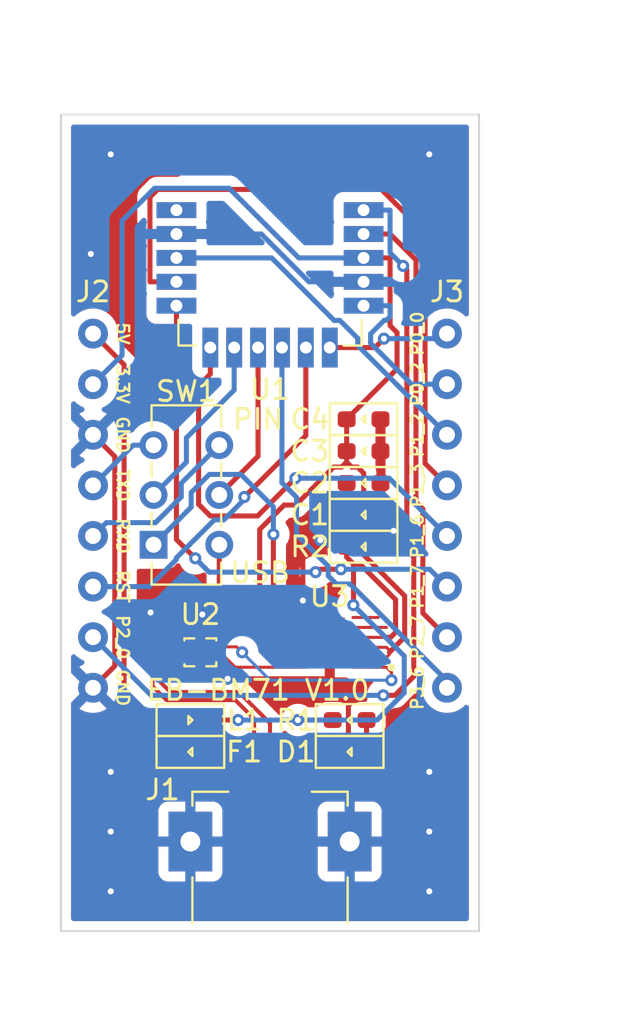
<source format=kicad_pcb>
(kicad_pcb (version 20211014) (generator pcbnew)
  (title_block (title "EB-BM71") (date "2022-09-23") (rev "V1.0") (company "https://github.com/KimiakiK"))
  (layers (0 "F.Cu" signal) (31 "B.Cu" signal) (34 "B.Paste" user) (35 "F.Paste" user) (36 "B.SilkS" user "B.Silkscreen") (37 "F.SilkS" user "F.Silkscreen") (38 "B.Mask" user) (39 "F.Mask" user) (44 "Edge.Cuts" user))
  (net 0 "")
  (net 1 "+5V")
  (net 2 "GND")
  (net 3 "+3.3V")
  (net 4 "Net-(D1-Pad2)")
  (net 5 "Net-(F1-Pad1)")
  (net 6 "Net-(F1-Pad2)")
  (net 7 "/D-")
  (net 8 "/D+")
  (net 10 "PIN_TXD")
  (net 11 "PIN_RXD")
  (net 12 "RST_N")
  (net 13 "P2_0")
  (net 14 "P0_0")
  (net 15 "P0_2")
  (net 16 "P1_2")
  (net 17 "P1_3")
  (net 18 "P1_6")
  (net 19 "P1_7")
  (net 20 "P2_7")
  (net 21 "P3_6")
  (net 22 "USB_TXD")
  (net 23 "BT_RXD")
  (net 24 "USB_RXD")
  (net 25 "BT_TXD")
  (net 27 "/DM")
  (net 28 "/DP")
  (footprint "EB-BM71:PinHeader_1x08_P2.54mm_Vertical" (layer "F.Cu") (at 8.89 0)
    (fp_text reference "J3" (at 0 -2.1) (layer "F.SilkS"))
    (fp_text value "Conn_01x08")
    (pad "1" thru_hole circle (at 0 0) (size 1.5 1.5) (drill 0.8) (layers *.Cu *.Mask) (net 14 "P0_0"))
    (pad "2" thru_hole circle (at 0 2.54) (size 1.5 1.5) (drill 0.8) (layers *.Cu *.Mask) (net 15 "P0_2"))
    (pad "3" thru_hole circle (at 0 5.08) (size 1.5 1.5) (drill 0.8) (layers *.Cu *.Mask) (net 16 "P1_2"))
    (pad "4" thru_hole circle (at 0 7.62) (size 1.5 1.5) (drill 0.8) (layers *.Cu *.Mask) (net 17 "P1_3"))
    (pad "5" thru_hole circle (at 0 10.16) (size 1.5 1.5) (drill 0.8) (layers *.Cu *.Mask) (net 18 "P1_6"))
    (pad "6" thru_hole circle (at 0 12.7) (size 1.5 1.5) (drill 0.8) (layers *.Cu *.Mask) (net 19 "P1_7"))
    (pad "7" thru_hole circle (at 0 15.24) (size 1.5 1.5) (drill 0.8) (layers *.Cu *.Mask) (net 20 "P2_7"))
    (pad "8" thru_hole circle (at 0 17.78) (size 1.5 1.5) (drill 0.8) (layers *.Cu *.Mask) (net 21 "P3_6"))
  )
  (footprint "EB-BM71:1608Metric" (layer "F.Cu") (at 4 21)
    (fp_text reference "D1" (at -2.7 0) (layer "F.SilkS"))
    (fp_text value "LED")
    (fp_line (start 0.1 0.2) (end -0.1 0) (layer "F.SilkS") (width 0.12))
    (fp_line (start -0.1 0) (end 0.1 -0.2) (layer "F.SilkS") (width 0.12))
    (fp_line (start 0.1 -0.2) (end 0.1 0.2) (layer "F.SilkS") (width 0.12))
    (fp_line (start -1.7 0.8) (end 1.7 0.8) (layer "F.SilkS") (width 0.12))
    (fp_line (start -1.7 -0.8) (end 1.7 -0.8) (layer "F.SilkS") (width 0.12))
    (fp_line (start -1.7 -0.8) (end -1.7 0.8) (layer "F.SilkS") (width 0.12))
    (fp_line (start 1.7 -0.8) (end 1.7 0.8) (layer "F.SilkS") (width 0.12))
    (pad "1" smd roundrect (at -0.85 0) (size 0.9 0.8) (layers "F.Cu" "F.Paste" "F.Mask") (net 2 "GND"))
    (pad "2" smd roundrect (at 0.85 0) (size 0.9 0.8) (layers "F.Cu" "F.Paste" "F.Mask") (net 4 "Net-(D1-Pad2)"))
  )
  (footprint "EB-BM71:UX60SC-MB-5ST" (layer "F.Cu") (at 0 30)
    (fp_text reference "J1" (at -5.4 -7.1) (layer "F.SilkS"))
    (fp_text value "USB_B_Micro")
    (fp_line (start 3.9 -6.3) (end 3.9 -7) (layer "F.SilkS") (width 0.12))
    (fp_line (start -3.9 -2.7) (end -3.9 -0.4) (layer "F.SilkS") (width 0.12))
    (fp_line (start 3.9 -7) (end 2.1 -7) (layer "F.SilkS") (width 0.12))
    (fp_line (start -3.9 -6.3) (end -3.9 -7) (layer "F.SilkS") (width 0.12))
    (fp_line (start -3.9 -7) (end -2.1 -7) (layer "F.SilkS") (width 0.12))
    (fp_line (start 3.9 -2.7) (end 3.9 -0.4) (layer "F.SilkS") (width 0.12))
    (pad "1" smd rect (at -1.6 -7) (size 0.4 1.4) (layers "F.Cu" "F.Paste" "F.Mask") (net 6 "Net-(F1-Pad2)"))
    (pad "2" smd rect (at -0.8 -7) (size 0.4 1.4) (layers "F.Cu" "F.Paste" "F.Mask") (net 7 "/D-"))
    (pad "3" smd rect (at 0 -7) (size 0.4 1.4) (layers "F.Cu" "F.Paste" "F.Mask") (net 8 "/D+"))
    (pad "4" smd rect (at 0.8 -7) (size 0.4 1.4) (layers "F.Cu" "F.Paste" "F.Mask"))
    (pad "5" smd rect (at 1.6 -7) (size 0.4 1.4) (layers "F.Cu" "F.Paste" "F.Mask") (net 2 "GND"))
    (pad "6" thru_hole rect (at 4 -4.5 180) (size 2.2 3) (drill 1) (layers *.Cu *.Mask) (net 2 "GND"))
    (pad "6" thru_hole rect (at -4 -4.5 180) (size 2.2 3) (drill 1) (layers *.Cu *.Mask) (net 2 "GND"))
  )
  (footprint "EB-BM71:1608Metric" (layer "F.Cu") (at 4.7 7.5)
    (fp_text reference "C2" (at -2.7 0) (layer "F.SilkS"))
    (fp_text value "0.1uF")
    (fp_line (start -1.7 -0.8) (end 1.7 -0.8) (layer "F.SilkS") (width 0.12))
    (fp_line (start -0.1 0) (end 0.1 -0.2) (layer "F.SilkS") (width 0.12))
    (fp_line (start -1.7 -0.8) (end -1.7 0.8) (layer "F.SilkS") (width 0.12))
    (fp_line (start 0.1 0.2) (end -0.1 0) (layer "F.SilkS") (width 0.12))
    (fp_line (start 0.1 -0.2) (end 0.1 0.2) (layer "F.SilkS") (width 0.12))
    (fp_line (start 1.7 -0.8) (end 1.7 0.8) (layer "F.SilkS") (width 0.12))
    (fp_line (start -1.7 0.8) (end 1.7 0.8) (layer "F.SilkS") (width 0.12))
    (pad "1" smd roundrect (at -0.85 0) (size 0.9 0.8) (layers "F.Cu" "F.Paste" "F.Mask") (net 1 "+5V"))
    (pad "2" smd roundrect (at 0.85 0) (size 0.9 0.8) (layers "F.Cu" "F.Paste" "F.Mask") (net 2 "GND"))
  )
  (footprint "EB-BM71:1608Metric" (layer "F.Cu") (at 4.7 10.7)
    (fp_text reference "R2" (at -2.7 0) (layer "F.SilkS"))
    (fp_text value "10k")
    (fp_line (start 0.1 -0.2) (end 0.1 0.2) (layer "F.SilkS") (width 0.12))
    (fp_line (start 1.7 -0.8) (end 1.7 0.8) (layer "F.SilkS") (width 0.12))
    (fp_line (start -1.7 0.8) (end 1.7 0.8) (layer "F.SilkS") (width 0.12))
    (fp_line (start 0.1 0.2) (end -0.1 0) (layer "F.SilkS") (width 0.12))
    (fp_line (start -1.7 -0.8) (end 1.7 -0.8) (layer "F.SilkS") (width 0.12))
    (fp_line (start -0.1 0) (end 0.1 -0.2) (layer "F.SilkS") (width 0.12))
    (fp_line (start -1.7 -0.8) (end -1.7 0.8) (layer "F.SilkS") (width 0.12))
    (pad "1" smd roundrect (at -0.85 0) (size 0.9 0.8) (layers "F.Cu" "F.Paste" "F.Mask") (net 1 "+5V"))
    (pad "2" smd roundrect (at 0.85 0) (size 0.9 0.8) (layers "F.Cu" "F.Paste" "F.Mask") (net 13 "P2_0"))
  )
  (footprint "EB-BM71:1608Metric" (layer "F.Cu") (at 4.7 9.1)
    (fp_text reference "C1" (at -2.7 0) (layer "F.SilkS"))
    (fp_text value "10uF")
    (fp_line (start -0.1 0) (end 0.1 -0.2) (layer "F.SilkS") (width 0.12))
    (fp_line (start 1.7 -0.8) (end 1.7 0.8) (layer "F.SilkS") (width 0.12))
    (fp_line (start 0.1 -0.2) (end 0.1 0.2) (layer "F.SilkS") (width 0.12))
    (fp_line (start 0.1 0.2) (end -0.1 0) (layer "F.SilkS") (width 0.12))
    (fp_line (start -1.7 0.8) (end 1.7 0.8) (layer "F.SilkS") (width 0.12))
    (fp_line (start -1.7 -0.8) (end -1.7 0.8) (layer "F.SilkS") (width 0.12))
    (fp_line (start -1.7 -0.8) (end 1.7 -0.8) (layer "F.SilkS") (width 0.12))
    (pad "1" smd roundrect (at -0.85 0) (size 0.9 0.8) (layers "F.Cu" "F.Paste" "F.Mask") (net 1 "+5V"))
    (pad "2" smd roundrect (at 0.85 0) (size 0.9 0.8) (layers "F.Cu" "F.Paste" "F.Mask") (net 2 "GND"))
  )
  (footprint "EB-BM71:1608Metric" (layer "F.Cu") (at -4 21)
    (fp_text reference "F1" (at 2.7 0) (layer "F.SilkS"))
    (fp_text value "Polyfuse")
    (fp_line (start 1.7 -0.8) (end 1.7 0.8) (layer "F.SilkS") (width 0.12))
    (fp_line (start -1.7 -0.8) (end -1.7 0.8) (layer "F.SilkS") (width 0.12))
    (fp_line (start 0.1 0.2) (end -0.1 0) (layer "F.SilkS") (width 0.12))
    (fp_line (start -1.7 -0.8) (end 1.7 -0.8) (layer "F.SilkS") (width 0.12))
    (fp_line (start 0.1 -0.2) (end 0.1 0.2) (layer "F.SilkS") (width 0.12))
    (fp_line (start -1.7 0.8) (end 1.7 0.8) (layer "F.SilkS") (width 0.12))
    (fp_line (start -0.1 0) (end 0.1 -0.2) (layer "F.SilkS") (width 0.12))
    (pad "1" smd roundrect (at -0.85 0) (size 0.9 0.8) (layers "F.Cu" "F.Paste" "F.Mask") (net 5 "Net-(F1-Pad1)"))
    (pad "2" smd roundrect (at 0.85 0) (size 0.9 0.8) (layers "F.Cu" "F.Paste" "F.Mask") (net 6 "Net-(F1-Pad2)"))
  )
  (footprint "EB-BM71:1608Metric" (layer "F.Cu") (at 4.7 5.9)
    (fp_text reference "C3" (at -2.7 0) (layer "F.SilkS"))
    (fp_text value "10uF")
    (fp_line (start -1.7 0.8) (end 1.7 0.8) (layer "F.SilkS") (width 0.12))
    (fp_line (start -0.1 0) (end 0.1 -0.2) (layer "F.SilkS") (width 0.12))
    (fp_line (start 0.1 0.2) (end -0.1 0) (layer "F.SilkS") (width 0.12))
    (fp_line (start -1.7 -0.8) (end -1.7 0.8) (layer "F.SilkS") (width 0.12))
    (fp_line (start -1.7 -0.8) (end 1.7 -0.8) (layer "F.SilkS") (width 0.12))
    (fp_line (start 0.1 -0.2) (end 0.1 0.2) (layer "F.SilkS") (width 0.12))
    (fp_line (start 1.7 -0.8) (end 1.7 0.8) (layer "F.SilkS") (width 0.12))
    (pad "1" smd roundrect (at -0.85 0) (size 0.9 0.8) (layers "F.Cu" "F.Paste" "F.Mask") (net 3 "+3.3V"))
    (pad "2" smd roundrect (at 0.85 0) (size 0.9 0.8) (layers "F.Cu" "F.Paste" "F.Mask") (net 2 "GND"))
  )
  (footprint "EB-BM71:DFN-12-1EP_3x3mm_P0.45mm_EP1.66x2.38mm" (layer "F.Cu") (at 3 15.5 180)
    (fp_text reference "U3" (at 0 2.3) (layer "F.SilkS"))
    (fp_text value "FT234XD")
    (fp_circle (center -3.1 -1.25) (end -3 -1.25) (layer "F.SilkS") (width 0.2) (fill none))
    (pad "1" smd rect (at -1.8 -1.25 180) (size 1.4 0.15) (layers "F.Cu" "F.Paste" "F.Mask") (net 27 "/DM"))
    (pad "2" smd rect (at -1.8 -0.75 180) (size 1.4 0.15) (layers "F.Cu" "F.Paste" "F.Mask") (net 3 "+3.3V"))
    (pad "3" smd rect (at -1.8 -0.25 180) (size 1.4 0.15) (layers "F.Cu" "F.Paste" "F.Mask") (net 3 "+3.3V"))
    (pad "4" smd rect (at -1.8 0.25 180) (size 1.4 0.15) (layers "F.Cu" "F.Paste" "F.Mask") (net 1 "+5V"))
    (pad "5" smd rect (at -1.8 0.75 180) (size 1.4 0.15) (layers "F.Cu" "F.Paste" "F.Mask") (net 2 "GND"))
    (pad "6" smd rect (at -1.8 1.25 180) (size 1.4 0.15) (layers "F.Cu" "F.Paste" "F.Mask"))
    (pad "7" smd rect (at 1.8 1.25 180) (size 1.4 0.15) (layers "F.Cu" "F.Paste" "F.Mask") (net 22 "USB_TXD"))
    (pad "8" smd rect (at 1.8 0.75 180) (size 1.4 0.15) (layers "F.Cu" "F.Paste" "F.Mask"))
    (pad "9" smd rect (at 1.8 0.25 180) (size 1.4 0.15) (layers "F.Cu" "F.Paste" "F.Mask") (net 3 "+3.3V"))
    (pad "10" smd rect (at 1.8 -0.25 180) (size 1.4 0.15) (layers "F.Cu" "F.Paste" "F.Mask") (net 24 "USB_RXD"))
    (pad "11" smd rect (at 1.8 -0.75 180) (size 1.4 0.15) (layers "F.Cu" "F.Paste" "F.Mask"))
    (pad "12" smd rect (at 1.8 -1.25 180) (size 1.4 0.15) (layers "F.Cu" "F.Paste" "F.Mask") (net 28 "/DP"))
    (pad "13" smd rect (at -0.925 0.75 180) (size 0.35 0.15) (layers "F.Cu" "F.Paste" "F.Mask") (net 2 "GND"))
    (pad "13" smd rect (at 0 0 180) (size 1.5 2.5) (layers "F.Cu" "F.Paste" "F.Mask") (net 2 "GND"))
  )
  (footprint "EB-BM71:1608Metric" (layer "F.Cu") (at 4.7 4.3)
    (fp_text reference "C4" (at -2.7 0) (layer "F.SilkS"))
    (fp_text value "0.1uF")
    (fp_line (start -0.1 0) (end 0.1 -0.2) (layer "F.SilkS") (width 0.12))
    (fp_line (start 1.7 -0.8) (end 1.7 0.8) (layer "F.SilkS") (width 0.12))
    (fp_line (start 0.1 -0.2) (end 0.1 0.2) (layer "F.SilkS") (width 0.12))
    (fp_line (start -1.7 -0.8) (end 1.7 -0.8) (layer "F.SilkS") (width 0.12))
    (fp_line (start 0.1 0.2) (end -0.1 0) (layer "F.SilkS") (width 0.12))
    (fp_line (start -1.7 -0.8) (end -1.7 0.8) (layer "F.SilkS") (width 0.12))
    (fp_line (start -1.7 0.8) (end 1.7 0.8) (layer "F.SilkS") (width 0.12))
    (pad "1" smd roundrect (at -0.85 0) (size 0.9 0.8) (layers "F.Cu" "F.Paste" "F.Mask") (net 3 "+3.3V"))
    (pad "2" smd roundrect (at 0.85 0) (size 0.9 0.8) (layers "F.Cu" "F.Paste" "F.Mask") (net 2 "GND"))
  )
  (footprint "EB-BM71:BM71" (layer "F.Cu") (at 0 -11)
    (fp_text reference "U1" (at 0 13.8 unlocked) (layer "F.SilkS"))
    (fp_text value "BM71")
    (fp_line (start -4.6 10.3) (end -4.6 11.6) (layer "F.SilkS") (width 0.12))
    (fp_line (start 4.6 11.6) (end 3.7 11.6) (layer "F.SilkS") (width 0.12))
    (fp_line (start 4.6 10.3) (end 4.6 11.6) (layer "F.SilkS") (width 0.12))
    (fp_line (start -4.6 11.6) (end -3.7 11.6) (layer "F.SilkS") (width 0.12))
    (pad "1" thru_hole rect (at -4.7 4.8) (size 2 0.8) (drill 0.6) (layers *.Cu *.Mask))
    (pad "2" thru_hole rect (at -4.7 6) (size 2 0.8) (drill 0.6) (layers *.Cu *.Mask) (net 2 "GND"))
    (pad "3" thru_hole rect (at -4.7 7.2) (size 2 0.8) (drill 0.6) (layers *.Cu *.Mask) (net 16 "P1_2"))
    (pad "4" thru_hole rect (at -4.7 8.4) (size 2 0.8) (drill 0.6) (layers *.Cu *.Mask) (net 17 "P1_3"))
    (pad "5" thru_hole rect (at -4.7 9.6) (size 2 0.8) (drill 0.6) (layers *.Cu *.Mask) (net 19 "P1_7"))
    (pad "6" thru_hole rect (at -3 11.7) (size 0.8 2) (drill 0.6) (layers *.Cu *.Mask) (net 18 "P1_6"))
    (pad "7" thru_hole rect (at -1.8 11.7) (size 0.8 2) (drill 0.6) (layers *.Cu *.Mask) (net 23 "BT_RXD"))
    (pad "8" thru_hole rect (at -0.6 11.7) (size 0.8 2) (drill 0.6) (layers *.Cu *.Mask) (net 25 "BT_TXD"))
    (pad "9" thru_hole rect (at 0.6 11.7) (size 0.8 2) (drill 0.6) (layers *.Cu *.Mask) (net 21 "P3_6"))
    (pad "10" thru_hole rect (at 1.8 11.7) (size 0.8 2) (drill 0.6) (layers *.Cu *.Mask) (net 12 "RST_N"))
    (pad "11" thru_hole rect (at 3 11.7) (size 0.8 2) (drill 0.6) (layers *.Cu *.Mask) (net 14 "P0_0"))
    (pad "12" thru_hole rect (at 4.7 9.6) (size 2 0.8) (drill 0.6) (layers *.Cu *.Mask) (net 15 "P0_2"))
    (pad "13" thru_hole rect (at 4.7 8.4) (size 2 0.8) (drill 0.6) (layers *.Cu *.Mask) (net 2 "GND"))
    (pad "14" thru_hole rect (at 4.7 7.2) (size 2 0.8) (drill 0.6) (layers *.Cu *.Mask) (net 3 "+3.3V"))
    (pad "15" thru_hole rect (at 4.7 6) (size 2 0.8) (drill 0.6) (layers *.Cu *.Mask) (net 20 "P2_7"))
    (pad "16" thru_hole rect (at 4.7 4.8) (size 2 0.8) (drill 0.6) (layers *.Cu *.Mask) (net 13 "P2_0"))
  )
  (footprint "EB-BM71:1608Metric" (layer "F.Cu") (at 4 19.4)
    (fp_text reference "R1" (at -2.7 0) (layer "F.SilkS"))
    (fp_text value "R")
    (fp_line (start 1.7 -0.8) (end 1.7 0.8) (layer "F.SilkS") (width 0.12))
    (fp_line (start 0.1 0.2) (end -0.1 0) (layer "F.SilkS") (width 0.12))
    (fp_line (start -0.1 0) (end 0.1 -0.2) (layer "F.SilkS") (width 0.12))
    (fp_line (start -1.7 -0.8) (end 1.7 -0.8) (layer "F.SilkS") (width 0.12))
    (fp_line (start 0.1 -0.2) (end 0.1 0.2) (layer "F.SilkS") (width 0.12))
    (fp_line (start -1.7 0.8) (end 1.7 0.8) (layer "F.SilkS") (width 0.12))
    (fp_line (start -1.7 -0.8) (end -1.7 0.8) (layer "F.SilkS") (width 0.12))
    (pad "1" smd roundrect (at -0.85 0) (size 0.9 0.8) (layers "F.Cu" "F.Paste" "F.Mask") (net 1 "+5V"))
    (pad "2" smd roundrect (at 0.85 0) (size 0.9 0.8) (layers "F.Cu" "F.Paste" "F.Mask") (net 4 "Net-(D1-Pad2)"))
  )
  (footprint "EB-BM71:PinHeader_1x08_P2.54mm_Vertical" (layer "F.Cu") (at -8.89 0)
    (fp_text reference "J2" (at 0 -2.1) (layer "F.SilkS"))
    (fp_text value "Conn_01x08")
    (pad "1" thru_hole circle (at 0 0) (size 1.5 1.5) (drill 0.8) (layers *.Cu *.Mask) (net 1 "+5V"))
    (pad "2" thru_hole circle (at 0 2.54) (size 1.5 1.5) (drill 0.8) (layers *.Cu *.Mask) (net 3 "+3.3V"))
    (pad "3" thru_hole circle (at 0 5.08) (size 1.5 1.5) (drill 0.8) (layers *.Cu *.Mask) (net 2 "GND"))
    (pad "4" thru_hole circle (at 0 7.62) (size 1.5 1.5) (drill 0.8) (layers *.Cu *.Mask) (net 10 "PIN_TXD"))
    (pad "5" thru_hole circle (at 0 10.16) (size 1.5 1.5) (drill 0.8) (layers *.Cu *.Mask) (net 11 "PIN_RXD"))
    (pad "6" thru_hole circle (at 0 12.7) (size 1.5 1.5) (drill 0.8) (layers *.Cu *.Mask) (net 12 "RST_N"))
    (pad "7" thru_hole circle (at 0 15.24) (size 1.5 1.5) (drill 0.8) (layers *.Cu *.Mask) (net 13 "P2_0"))
    (pad "8" thru_hole circle (at 0 17.78) (size 1.5 1.5) (drill 0.8) (layers *.Cu *.Mask) (net 2 "GND"))
  )
  (footprint "EB-BM71:LXES11D" (layer "F.Cu") (at -3.5 16 90)
    (fp_text reference "U2" (at 1.9 0 180) (layer "F.SilkS"))
    (fp_text value "LXES11DAA2-135")
    (fp_line (start -0.7 -0.8) (end -0.6 -0.8) (layer "F.SilkS") (width 0.12))
    (fp_line (start 0.7 0.8) (end 0.6 0.8) (layer "F.SilkS") (width 0.12))
    (fp_line (start -0.7 0.8) (end -0.7 0.3) (layer "F.SilkS") (width 0.12))
    (fp_line (start -0.7 -0.3) (end -0.7 -0.8) (layer "F.SilkS") (width 0.12))
    (fp_line (start 0.7 -0.8) (end 0.7 -0.3) (layer "F.SilkS") (width 0.12))
    (fp_line (start 0.6 -0.8) (end 0.7 -0.8) (layer "F.SilkS") (width 0.12))
    (fp_line (start -0.5 0.8) (end -0.7 0.8) (layer "F.SilkS") (width 0.12))
    (fp_line (start 0.7 0.3) (end 0.7 0.8) (layer "F.SilkS") (width 0.12))
    (pad "1" smd rect (at -0.275 -0.7875 90) (size 0.2 0.675) (layers "F.Cu" "F.Paste" "F.Mask") (net 8 "/D+"))
    (pad "2" smd rect (at 0.275 -0.7875 90) (size 0.2 0.675) (layers "F.Cu" "F.Paste" "F.Mask") (net 7 "/D-"))
    (pad "3" smd rect (at 0.65 0 90) (size 0.7 0.2) (layers "F.Cu" "F.Paste" "F.Mask") (net 2 "GND"))
    (pad "4" smd rect (at 0.275 0.7875 90) (size 0.2 0.675) (layers "F.Cu" "F.Paste" "F.Mask") (net 27 "/DM"))
    (pad "5" smd rect (at -0.275 0.7875 90) (size 0.2 0.675) (layers "F.Cu" "F.Paste" "F.Mask") (net 28 "/DP"))
    (pad "6" smd rect (at -0.65 0 90) (size 0.7 0.2) (layers "F.Cu" "F.Paste" "F.Mask") (net 2 "GND"))
  )
  (footprint "EB-BM71:1608Metric" (layer "F.Cu") (at -4 19.4 180)
    (fp_text reference "L1" (at -2.7 0) (layer "F.SilkS"))
    (fp_text value "L")
    (fp_line (start 0.1 -0.2) (end 0.1 0.2) (layer "F.SilkS") (width 0.12))
    (fp_line (start -1.7 -0.8) (end 1.7 -0.8) (layer "F.SilkS") (width 0.12))
    (fp_line (start -0.1 0) (end 0.1 -0.2) (layer "F.SilkS") (width 0.12))
    (fp_line (start 0.1 0.2) (end -0.1 0) (layer "F.SilkS") (width 0.12))
    (fp_line (start 1.7 -0.8) (end 1.7 0.8) (layer "F.SilkS") (width 0.12))
    (fp_line (start -1.7 -0.8) (end -1.7 0.8) (layer "F.SilkS") (width 0.12))
    (fp_line (start -1.7 0.8) (end 1.7 0.8) (layer "F.SilkS") (width 0.12))
    (pad "1" smd roundrect (at -0.85 0 180) (size 0.9 0.8) (layers "F.Cu" "F.Paste" "F.Mask") (net 1 "+5V"))
    (pad "2" smd roundrect (at 0.85 0 180) (size 0.9 0.8) (layers "F.Cu" "F.Paste" "F.Mask") (net 5 "Net-(F1-Pad1)"))
  )
  (footprint "EB-BM71:IS-2235-G" (layer "F.Cu") (at -4.2 8.1 90)
    (fp_text reference "SW1" (at 5.2 0 unlocked) (layer "F.SilkS"))
    (fp_text value "SW_DPDT_x2")
    (fp_line (start 4.5 -1.75) (end 3.4 -1.75) (layer "F.SilkS") (width 0.12))
    (fp_line (start -4.5 1.75) (end -3.4 1.75) (layer "F.SilkS") (width 0.12))
    (fp_line (start 1.6 1.75) (end 0.9 1.75) (layer "F.SilkS") (width 0.12))
    (fp_line (start 4.5 -1.75) (end 4.5 1.75) (layer "F.SilkS") (width 0.12))
    (fp_line (start 0.9 -1.75) (end 1.6 -1.75) (layer "F.SilkS") (width 0.12))
    (fp_line (start -0.9 1.75) (end -1.6 1.75) (layer "F.SilkS") (width 0.12))
    (fp_line (start -1.6 -1.75) (end -0.9 -1.75) (layer "F.SilkS") (width 0.12))
    (fp_line (start -4.5 -1.75) (end -4.5 1.75) (layer "F.SilkS") (width 0.12))
    (fp_line (start 4.5 1.75) (end 3.4 1.75) (layer "F.SilkS") (width 0.12))
    (fp_line (start -4.5 -1.75) (end -3.4 -1.75) (layer "F.SilkS") (width 0.12))
    (pad "1" thru_hole rect (at -2.5 -1.65 90) (size 1.4 1.4) (drill 0.8) (layers *.Cu *.Mask) (net 22 "USB_TXD"))
    (pad "2" thru_hole circle (at 0 -1.65 90) (size 1.4 1.4) (drill 0.8) (layers *.Cu *.Mask) (net 23 "BT_RXD"))
    (pad "3" thru_hole circle (at 2.5 -1.65 90) (size 1.4 1.4) (drill 0.8) (layers *.Cu *.Mask) (net 10 "PIN_TXD"))
    (pad "4" thru_hole circle (at -2.5 1.65 90) (size 1.4 1.4) (drill 0.8) (layers *.Cu *.Mask) (net 24 "USB_RXD"))
    (pad "5" thru_hole circle (at 0 1.65 90) (size 1.4 1.4) (drill 0.8) (layers *.Cu *.Mask) (net 25 "BT_TXD"))
    (pad "6" thru_hole circle (at 2.5 1.65 90) (size 1.4 1.4) (drill 0.8) (layers *.Cu *.Mask) (net 11 "PIN_RXD"))
  )
  (gr_line (start 10.5 30) (end -10.5 30) (layer "Edge.Cuts") (width 0.1))
  (gr_line (start -10.5 -11) (end 10.5 -11) (layer "Edge.Cuts") (width 0.1))
  (gr_line (start -10.5 30) (end -10.5 -11) (layer "Edge.Cuts") (width 0.1))
  (gr_line (start 10.5 -11) (end 10.5 30) (layer "Edge.Cuts") (width 0.1))
  (gr_text "5V" (at -7.4 0 270) (layer "F.SilkS") (effects (font (size 0.6 0.6) (thickness 0.12))))
  (gr_text "P0_0" (at 7.4 0 90) (layer "F.SilkS") (effects (font (size 0.6 0.6) (thickness 0.12))))
  (gr_text "P0_2" (at 7.4 2.54 90) (layer "F.SilkS") (effects (font (size 0.6 0.6) (thickness 0.12))))
  (gr_text "RXD" (at -7.4 10.16 270) (layer "F.SilkS") (effects (font (size 0.6 0.6) (thickness 0.12))))
  (gr_text "3.3V" (at -7.4 2.54 270) (layer "F.SilkS") (effects (font (size 0.6 0.6) (thickness 0.12))))
  (gr_text "GND" (at -7.4 17.78 270) (layer "F.SilkS") (effects (font (size 0.6 0.6) (thickness 0.12))))
  (gr_text "P1_2" (at 7.4 5.1 90) (layer "F.SilkS") (effects (font (size 0.6 0.6) (thickness 0.12))))
  (gr_text "PIN" (at -0.6 4.3) (layer "F.SilkS") (effects (font (size 1 1))))
  (gr_text "USB" (at -0.5 12) (layer "F.SilkS") (effects (font (size 1 1))))
  (gr_text "P2_7" (at 7.4 15.24 90) (layer "F.SilkS") (effects (font (size 0.6 0.6) (thickness 0.12))))
  (gr_text "P1_6" (at 7.4 10.16 90) (layer "F.SilkS") (effects (font (size 0.6 0.6) (thickness 0.12))))
  (gr_text "P1_3" (at 7.4 7.62 90) (layer "F.SilkS") (effects (font (size 0.6 0.6) (thickness 0.12))))
  (gr_text "GND" (at -7.4 5.08 270) (layer "F.SilkS") (effects (font (size 0.6 0.6) (thickness 0.12))))
  (gr_text "P3_6" (at 7.4 17.78 90) (layer "F.SilkS") (effects (font (size 0.6 0.6) (thickness 0.12))))
  (gr_text "TXD" (at -7.4 7.62 270) (layer "F.SilkS") (effects (font (size 0.6 0.6) (thickness 0.12))))
  (gr_text "P1_7" (at 7.4 12.7 90) (layer "F.SilkS") (effects (font (size 0.6 0.6) (thickness 0.12))))
  (gr_text "EB-BM71 V1.0" (at -0.6 17.9) (layer "F.SilkS") (effects (font (size 1 1))))
  (gr_text "P2_0" (at -7.4 15.24 270) (layer "F.SilkS") (effects (font (size 0.6 0.6) (thickness 0.12))))
  (gr_text "RST" (at -7.4 12.7 270) (layer "F.SilkS") (effects (font (size 0.6 0.6) (thickness 0.12))))
  (segment (start 4.1955 11.566574) (end 4.518096 11.566574) (width 0.254) (layer "F.Cu") (net 1))
  (segment (start 6.307 13.355478) (end 6.307 15) (width 0.254) (layer "F.Cu") (net 1))
  (segment (start 4.8 15.25) (end 5.85 15.25) (width 0.1524) (layer "F.Cu") (net 1))
  (segment (start 4.1955 11.566574) (end 4.1955 13.621) (width 0.254) (layer "F.Cu") (net 1))
  (segment (start 4.518096 11.566574) (end 6.307 13.355478) (width 0.254) (layer "F.Cu") (net 1))
  (segment (start -4.0079 20.2579) (end -3.15 19.4) (width 0.254) (layer "F.Cu") (net 1))
  (segment (start 3.85 11.221074) (end 4.1955 11.566574) (width 0.254) (layer "F.Cu") (net 1))
  (segment (start -7.33 1.56) (end -7.33 19.7441) (width 0.254) (layer "F.Cu") (net 1))
  (segment (start 3.85 9.1) (end 3.85 7.5) (width 0.254) (layer "F.Cu") (net 1))
  (segment (start -3.15 19.4) (end -1.6 19.4) (width 0.254) (layer "F.Cu") (net 1))
  (segment (start 3.85 10.7) (end 3.85 11.221074) (width 0.254) (layer "F.Cu") (net 1))
  (segment (start -4.0079 21.3978) (end -4.0079 20.2579) (width 0.254) (layer "F.Cu") (net 1))
  (segment (start -4.357 21.7469) (end -4.0079 21.3978) (width 0.254) (layer "F.Cu") (net 1))
  (segment (start -7.33 19.7441) (end -5.3272 21.7469) (width 0.254) (layer "F.Cu") (net 1))
  (segment (start 1.4 19.4) (end 3.15 19.4) (width 0.254) (layer "F.Cu") (net 1))
  (segment (start -5.3272 21.7469) (end -4.357 21.7469) (width 0.254) (layer "F.Cu") (net 1))
  (segment (start 3.85 10.7) (end 3.85 9.1) (width 0.254) (layer "F.Cu") (net 1))
  (segment (start 6.057 15.25) (end 5.85 15.25) (width 0.254) (layer "F.Cu") (net 1))
  (segment (start 4.1955 13.621) (end 4.1859 13.6306) (width 0.254) (layer "F.Cu") (net 1))
  (segment (start 6.307 15) (end 6.057 15.25) (width 0.254) (layer "F.Cu") (net 1))
  (segment (start -8.89 0) (end -7.33 1.56) (width 0.254) (layer "F.Cu") (net 1))
  (via (at 4.1859 13.6306) (size 0.6096) (drill 0.3048) (layers "F.Cu" "B.Cu") (net 1))
  (via (at -1.6 19.4) (size 0.6096) (drill 0.3048) (layers "F.Cu" "B.Cu") (net 1))
  (via (at 1.4 19.4) (size 0.6096) (drill 0.3048) (layers "F.Cu" "B.Cu") (net 1))
  (segment (start 6.7411 18.0353) (end 5.3764 19.4) (width 0.254) (layer "B.Cu") (net 1))
  (segment (start 4.1859 13.6306) (end 6.7411 16.1858) (width 0.254) (layer "B.Cu") (net 1))
  (segment (start 5.3764 19.4) (end 1.4 19.4) (width 0.254) (layer "B.Cu") (net 1))
  (segment (start 6.7411 16.1858) (end 6.7411 18.0353) (width 0.254) (layer "B.Cu") (net 1))
  (segment (start -1.6 19.4) (end 1.4 19.4) (width 0.254) (layer "B.Cu") (net 1))
  (segment (start -7.7955 16.6855) (end -8.89 17.78) (width 0.254) (layer "F.Cu") (net 2))
  (segment (start 1.6 23) (end 1.6 21.4) (width 0.254) (layer "F.Cu") (net 2))
  (segment (start -3.5 16.65) (end -3.5 17.3305) (width 0.1524) (layer "F.Cu") (net 2))
  (segment (start -3.5 14.2) (end -3.4 14.1) (width 0.1524) (layer "F.Cu") (net 2))
  (segment (start 2 21) (end 3.15 21) (width 0.254) (layer "F.Cu") (net 2))
  (segment (start -7.7955 6.1745) (end -7.7955 16.6855) (width 0.254) (layer "F.Cu") (net 2))
  (segment (start 1.6 23) (end 1.6 23.5152) (width 0.254) (layer "F.Cu") (net 2))
  (segment (start 3.9377 18.5222) (end 2.746 17.3305) (width 0.254) (layer "F.Cu") (net 2))
  (segment (start 4.8 14.75) (end 5.85 14.75) (width 0.1524) (layer "F.Cu") (net 2))
  (segment (start 3.15 21) (end 3.9377 20.2123) (width 0.254) (layer "F.Cu") (net 2))
  (segment (start 3.9377 20.2123) (end 3.9377 18.5222) (width 0.254) (layer "F.Cu") (net 2))
  (segment (start 1.6509 11.2448) (end 1.6509 13.4009) (width 0.254) (layer "F.Cu") (net 2))
  (segment (start 5.55 7.5) (end 5.55 9.1) (width 0.254) (layer "F.Cu") (net 2))
  (segment (start -8.89 5.08) (end -7.7955 6.1745) (width 0.254) (layer "F.Cu") (net 2))
  (segment (start 5.55 9.1) (end 5.55 9.2431) (width 0.254) (layer "F.Cu") (net 2))
  (segment (start -3.5 15.35) (end -3.5 14.2) (width 0.1524) (layer "F.Cu") (net 2))
  (segment (start 2.5275 10.3682) (end 1.6509 11.2448) (width 0.254) (layer "F.Cu") (net 2))
  (segment (start 5.55 9.2431) (end 6.2073 9.9004) (width 0.254) (layer "F.Cu") (net 2))
  (segment (start 2.746 17.3305) (end -2.1305 17.3305) (width 0.254) (layer "F.Cu") (net 2))
  (segment (start 1.6 21.4) (end 2 21) (width 0.254) (layer "F.Cu") (net 2))
  (segment (start 5.55 5.9) (end 5.55 4.3) (width 0.254) (layer "F.Cu") (net 2))
  (segment (start 5.55 5.9) (end 5.55 7.5) (width 0.254) (layer "F.Cu") (net 2))
  (segment (start -2.1305 17.3305) (end -3.5 17.3305) (width 0.254) (layer "F.Cu") (net 2))
  (via (at -8 22) (size 0.6096) (drill 0.3048) (layers "F.Cu" "B.Cu") (net 2))
  (via (at -2.1305 17.3305) (size 0.6096) (drill 0.3048) (layers "F.Cu" "B.Cu") (net 2))
  (via (at -8 25) (size 0.6096) (drill 0.3048) (layers "F.Cu" "B.Cu") (net 2))
  (via (at 8 -9) (size 0.6096) (drill 0.3048) (layers "F.Cu" "B.Cu") (net 2))
  (via (at -3.4 14.1) (size 0.6096) (drill 0.3048) (layers "F.Cu" "B.Cu") (net 2))
  (via (at 8 22) (size 0.6096) (drill 0.3048) (layers "F.Cu" "B.Cu") (net 2))
  (via (at -8 -9) (size 0.6096) (drill 0.3048) (layers "F.Cu" "B.Cu") (net 2))
  (via (at -9 -4) (size 0.6096) (drill 0.3048) (layers "F.Cu" "B.Cu") (net 2))
  (via (at 8 28) (size 0.6096) (drill 0.3048) (layers "F.Cu" "B.Cu") (net 2))
  (via (at 8 25) (size 0.6096) (drill 0.3048) (layers "F.Cu" "B.Cu") (net 2))
  (via (at -6 14) (size 0.6096) (drill 0.3048) (layers "F.Cu" "B.Cu") (net 2))
  (via (at 2.5275 10.3682) (size 0.6096) (drill 0.3048) (layers "F.Cu" "B.Cu") (net 2))
  (via (at 1.6509 13.4009) (size 0.6096) (drill 0.3048) (layers "F.Cu" "B.Cu") (net 2))
  (via (at 6.2073 9.9004) (size 0.6096) (drill 0.3048) (layers "F.Cu" "B.Cu") (net 2))
  (via (at -8 28) (size 0.6096) (drill 0.3048) (layers "F.Cu" "B.Cu") (net 2))
  (segment (start 4.7 -2.6) (end 1.9589 -2.6) (width 0.254) (layer "B.Cu") (net 2))
  (segment (start -0.4411 -5) (end -4.7 -5) (width 0.254) (layer "B.Cu") (net 2))
  (segment (start 2.9953 9.9004) (end 6.2073 9.9004) (width 0.254) (layer "B.Cu") (net 2))
  (segment (start -4 22.67) (end -8.89 17.78) (width 0.254) (layer "B.Cu") (net 2))
  (segment (start 2.5275 10.3682) (end 2.9953 9.9004) (width 0.254) (layer "B.Cu") (net 2))
  (segment (start 1.9589 -2.6) (end -0.4411 -5) (width 0.254) (layer "B.Cu") (net 2))
  (segment (start -4 25.5) (end -4 22.67) (width 0.254) (layer "B.Cu") (net 2))
  (segment (start 4.8 16.25) (end 5.85 16.25) (width 0.1524) (layer "F.Cu") (net 3))
  (segment (start 6 16) (end 6 15.9) (width 0.1524) (layer "F.Cu") (net 3))
  (segment (start 4.1 6.7) (end 4.4 6.7) (width 0.254) (layer "F.Cu") (net 3))
  (segment (start 1.2 15.25) (end 0.1097 15.25) (width 0.1524) (layer "F.Cu") (net 3))
  (segment (start 6.7642 15.2358) (end 6 16) (width 0.254) (layer "F.Cu") (net 3))
  (segment (start 4.7079 7.0079) (end 4.7079 11.1098) (width 0.254) (layer "F.Cu") (net 3))
  (segment (start 6.3812 1.7688) (end 6.3812 -0.0498) (width 0.254) (layer "F.Cu") (net 3))
  (segment (start 4.4 6.7) (end 4.7079 7.0079) (width 0.254) (layer "F.Cu") (net 3))
  (segment (start 6 16.1) (end 6 16) (width 0.1524) (layer "F.Cu") (net 3))
  (segment (start 6 15.9) (end 5.85 15.75) (width 0.1524) (layer "F.Cu") (net 3))
  (segment (start 4.7079 11.1098) (end 6.7642 13.1661) (width 0.254) (layer "F.Cu") (net 3))
  (segment (start 3.6 6.7) (end 3.85 6.45) (width 0.254) (layer "F.Cu") (net 3))
  (segment (start 3.85 4.3) (end 6.3812 1.7688) (width 0.254) (layer "F.Cu") (net 3))
  (segment (start -0.5179 9.8319) (end 0.7084 8.6056) (width 0.254) (layer "F.Cu") (net 3))
  (segment (start 0.7084 8.6056) (end 1.2944 8.6056) (width 0.254) (layer "F.Cu") (net 3))
  (segment (start 3.85 5.9) (end 3.85 4.3) (width 0.254) (layer "F.Cu") (net 3))
  (segment (start 0.1097 15.25) (end -0.5179 14.6224) (width 0.254) (layer "F.Cu") (net 3))
  (segment (start 1.2944 8.6056) (end 3.2 6.7) (width 0.254) (layer "F.Cu") (net 3))
  (segment (start 6.3812 -0.0498) (end 6.0305 -0.4005) (width 0.254) (layer "F.Cu") (net 3))
  (segment (start 6.0305 -0.4005) (end 6.0305 -3.8) (width 0.254) (layer "F.Cu") (net 3))
  (segment (start 0.1097 15.25) (end 0.05 15.25) (width 0.1524) (layer "F.Cu") (net 3))
  (segment (start 5.85 16.25) (end 6 16.1) (width 0.1524) (layer "F.Cu") (net 3))
  (segment (start 3.2 6.7) (end 3.6 6.7) (width 0.254) (layer "F.Cu") (net 3))
  (segment (start 6.7642 13.1661) (end 6.7642 15.2358) (width 0.254) (layer "F.Cu") (net 3))
  (segment (start 3.85 6.45) (end 4.1 6.7) (width 0.254) (layer "F.Cu") (net 3))
  (segment (start 5.85 15.75) (end 4.8 15.75) (width 0.1524) (layer "F.Cu") (net 3))
  (segment (start -0.5179 14.6224) (end -0.5179 9.8319) (width 0.254) (layer "F.Cu") (net 3))
  (segment (start 3.85 6.45) (end 3.85 5.9) (width 0.254) (layer "F.Cu") (net 3))
  (segment (start 4.7 -3.8) (end 6.0305 -3.8) (width 0.254) (layer "F.Cu") (net 3))
  (segment (start -5.8 -7.3) (end -2.0541 -7.3) (width 0.254) (layer "B.Cu") (net 3))
  (segment (start 1.4459 -3.8) (end 4.7 -3.8) (width 0.254) (layer "B.Cu") (net 3))
  (segment (start -7.4306 -5.6694) (end -5.8 -7.3) (width 0.254) (layer "B.Cu") (net 3))
  (segment (start -2.0541 -7.3) (end 1.4459 -3.8) (width 0.254) (layer "B.Cu") (net 3))
  (segment (start -8.89 2.54) (end -7.4306 1.0806) (width 0.254) (layer "B.Cu") (net 3))
  (segment (start -7.4306 1.0806) (end -7.4306 -5.6694) (width 0.254) (layer "B.Cu") (net 3))
  (segment (start 4.85 19.4) (end 4.85 21) (width 0.254) (layer "F.Cu") (net 4))
  (segment (start -4.85 19.4) (end -4.85 21) (width 0.254) (layer "F.Cu") (net 5))
  (segment (start -1.6 21.4) (end -2 21) (width 0.254) (layer "F.Cu") (net 6))
  (segment (start -1.6 23) (end -1.6 21.4) (width 0.254) (layer "F.Cu") (net 6))
  (segment (start -2 21) (end -3.15 21) (width 0.254) (layer "F.Cu") (net 6))
  (segment (start -4.2875 15.725) (end -5.325 15.725) (width 0.1524) (layer "F.Cu") (net 7))
  (segment (start -5.9 16.3) (end -5.325 15.725) (width 0.2032) (layer "F.Cu") (net 7))
  (segment (start -5.2 18.4) (end -5.9 17.7) (width 0.2032) (layer "F.Cu") (net 7))
  (segment (start -0.8 19.3379) (end -1.7379 18.4) (width 0.2032) (layer "F.Cu") (net 7))
  (segment (start -5.9 17.7) (end -5.9 16.3) (width 0.2032) (layer "F.Cu") (net 7))
  (segment (start -0.8 23) (end -0.8 19.3379) (width 0.2032) (layer "F.Cu") (net 7))
  (segment (start -1.7379 18.4) (end -5.2 18.4) (width 0.2032) (layer "F.Cu") (net 7))
  (segment (start -5.4936 16.6936) (end -5.075 16.275) (width 0.2032) (layer "F.Cu") (net 8))
  (segment (start -4.2875 16.275) (end -5.075 16.275) (width 0.1524) (layer "F.Cu") (net 8))
  (segment (start -5.0064 17.9936) (end -5.4936 17.5064) (width 0.2032) (layer "F.Cu") (net 8))
  (segment (start -1.5696 17.9936) (end -5.0064 17.9936) (width 0.2032) (layer "F.Cu") (net 8))
  (segment (start 0 23) (end 0 19.5632) (width 0.2032) (layer "F.Cu") (net 8))
  (segment (start 0 19.5632) (end -1.5696 17.9936) (width 0.2032) (layer "F.Cu") (net 8))
  (segment (start -5.4936 17.5064) (end -5.4936 16.6936) (width 0.2032) (layer "F.Cu") (net 8))
  (segment (start -6.87 5.6) (end -8.89 7.62) (width 0.254) (layer "B.Cu") (net 10))
  (segment (start -5.85 5.6) (end -6.87 5.6) (width 0.254) (layer "B.Cu") (net 10))
  (segment (start -4.4569 7.5069) (end -2.55 5.6) (width 0.254) (layer "B.Cu") (net 11))
  (segment (start -5.7507 9.4902) (end -4.4569 8.1964) (width 0.254) (layer "B.Cu") (net 11))
  (segment (start -8.89 10.16) (end -8.2202 9.4902) (width 0.254) (layer "B.Cu") (net 11))
  (segment (start -4.4569 8.1964) (end -4.4569 7.5069) (width 0.254) (layer "B.Cu") (net 11))
  (segment (start -8.2202 9.4902) (end -5.7507 9.4902) (width 0.254) (layer "B.Cu") (net 11))
  (segment (start 1.8 5.1125) (end -1.289 8.2015) (width 0.254) (layer "F.Cu") (net 12))
  (segment (start 1.8 0.7) (end 1.8 5.1125) (width 0.254) (layer "F.Cu") (net 12))
  (via (at -1.289 8.2015) (size 0.6096) (drill 0.3048) (layers "F.Cu" "B.Cu") (net 12))
  (segment (start -2.3154 9.35) (end -2.7979 9.35) (width 0.254) (layer "B.Cu") (net 12))
  (segment (start -4.7126 11.2647) (end -4.7126 11.351) (width 0.254) (layer "B.Cu") (net 12))
  (segment (start -1.289 8.3236) (end -2.3154 9.35) (width 0.254) (layer "B.Cu") (net 12))
  (segment (start -6.0616 12.7) (end -8.89 12.7) (width 0.254) (layer "B.Cu") (net 12))
  (segment (start -2.7979 9.35) (end -4.7126 11.2647) (width 0.254) (layer "B.Cu") (net 12))
  (segment (start -4.7126 11.351) (end -6.0616 12.7) (width 0.254) (layer "B.Cu") (net 12))
  (segment (start -1.289 8.2015) (end -1.289 8.3236) (width 0.254) (layer "B.Cu") (net 12))
  (segment (start 5.55 10.7) (end 6.7165 10.7) (width 0.254) (layer "F.Cu") (net 13))
  (segment (start 6.8733 10.5432) (end 6.8733 -3.2108) (width 0.254) (layer "F.Cu") (net 13))
  (segment (start 6.2706 18.1608) (end 5.6902 18.1608) (width 0.254) (layer "F.Cu") (net 13))
  (segment (start 6.8733 -3.2108) (end 6.6862 -3.3979) (width 0.254) (layer "F.Cu") (net 13))
  (segment (start 7.2218 11.2053) (end 7.2218 17.2096) (width 0.254) (layer "F.Cu") (net 13))
  (segment (start 6.7165 10.7) (end 7.2218 11.2053) (width 0.254) (layer "F.Cu") (net 13))
  (segment (start 7.2218 17.2096) (end 6.2706 18.1608) (width 0.254) (layer "F.Cu") (net 13))
  (segment (start 6.7165 10.7) (end 6.8733 10.5432) (width 0.254) (layer "F.Cu") (net 13))
  (via (at 6.6862 -3.3979) (size 0.6096) (drill 0.3048) (layers "F.Cu" "B.Cu") (net 13))
  (via (at 5.6902 18.1608) (size 0.6096) (drill 0.3048) (layers "F.Cu" "B.Cu") (net 13))
  (segment (start 6.0305 -6.2) (end 6.0305 -4.0536) (width 0.254) (layer "B.Cu") (net 13))
  (segment (start 4.7 -6.2) (end 6.0305 -6.2) (width 0.254) (layer "B.Cu") (net 13))
  (segment (start 6.0305 -4.0536) (end 6.6862 -3.3979) (width 0.254) (layer "B.Cu") (net 13))
  (segment (start -5.9692 18.1608) (end 5.6902 18.1608) (width 0.254) (layer "B.Cu") (net 13))
  (segment (start -8.89 15.24) (end -5.9692 18.1608) (width 0.254) (layer "B.Cu") (net 13))
  (segment (start 3 0.7) (end 5.276 0.7) (width 0.254) (layer "F.Cu") (net 14))
  (segment (start 5.276 0.7) (end 5.723 0.253) (width 0.254) (layer "F.Cu") (net 14))
  (via (at 5.723 0.253) (size 0.6096) (drill 0.3048) (layers "F.Cu" "B.Cu") (net 14))
  (segment (start 5.723 0.253) (end 8.637 0.253) (width 0.254) (layer "B.Cu") (net 14))
  (segment (start 8.637 0.253) (end 8.89 0) (width 0.254) (layer "B.Cu") (net 14))
  (segment (start 4.7 -1.4) (end 6.0305 -1.4) (width 0.254) (layer "B.Cu") (net 15))
  (segment (start 5.735 -0.6695) (end 5.0531 0.0124) (width 0.254) (layer "B.Cu") (net 15))
  (segment (start 7.1116 2.54) (end 8.89 2.54) (width 0.254) (layer "B.Cu") (net 15))
  (segment (start 5.8479 -0.6695) (end 5.735 -0.6695) (width 0.254) (layer "B.Cu") (net 15))
  (segment (start 5.0531 0.0124) (end 5.0531 0.4815) (width 0.254) (layer "B.Cu") (net 15))
  (segment (start 6.0305 -1.4) (end 6.0305 -0.8521) (width 0.254) (layer "B.Cu") (net 15))
  (segment (start 5.0531 0.4815) (end 7.1116 2.54) (width 0.254) (layer "B.Cu") (net 15))
  (segment (start 6.0305 -0.8521) (end 5.8479 -0.6695) (width 0.254) (layer "B.Cu") (net 15))
  (segment (start 4.406 0.2355) (end 4.406 0.596) (width 0.254) (layer "B.Cu") (net 16))
  (segment (start 4.406 0.596) (end 8.89 5.08) (width 0.254) (layer "B.Cu") (net 16))
  (segment (start 0.0848 -3.8) (end 3.2227 -0.6621) (width 0.254) (layer "B.Cu") (net 16))
  (segment (start 3.5084 -0.6621) (end 4.406 0.2355) (width 0.254) (layer "B.Cu") (net 16))
  (segment (start -4.7 -3.8) (end 0.0848 -3.8) (width 0.254) (layer "B.Cu") (net 16))
  (segment (start 3.2227 -0.6621) (end 3.5084 -0.6621) (width 0.254) (layer "B.Cu") (net 16))
  (segment (start 7.7885 -5.0472) (end 7.7885 6.5185) (width 0.254) (layer "F.Cu") (net 17))
  (segment (start -5.6441 -7.2376) (end 5.5981 -7.2376) (width 0.254) (layer "F.Cu") (net 17))
  (segment (start 5.5981 -7.2376) (end 7.7885 -5.0472) (width 0.254) (layer "F.Cu") (net 17))
  (segment (start 7.7885 6.5185) (end 8.89 7.62) (width 0.254) (layer "F.Cu") (net 17))
  (segment (start -6.0305 -2.6) (end -6.0305 -6.8512) (width 0.254) (layer "F.Cu") (net 17))
  (segment (start -4.7 -2.6) (end -6.0305 -2.6) (width 0.254) (layer "F.Cu") (net 17))
  (segment (start -6.0305 -6.8512) (end -5.6441 -7.2376) (width 0.254) (layer "F.Cu") (net 17))
  (segment (start -0.6208 9.1548) (end -3.0015 9.1548) (width 0.254) (layer "F.Cu") (net 18))
  (segment (start 1.2737 7.2603) (end -0.6208 9.1548) (width 0.254) (layer "F.Cu") (net 18))
  (segment (start -3 0.7) (end -3 2.0305) (width 0.254) (layer "F.Cu") (net 18))
  (segment (start -3.5871 8.5692) (end -3.5871 2.6176) (width 0.254) (layer "F.Cu") (net 18))
  (segment (start -3.0015 9.1548) (end -3.5871 8.5692) (width 0.254) (layer "F.Cu") (net 18))
  (segment (start -3.5871 2.6176) (end -3 2.0305) (width 0.254) (layer "F.Cu") (net 18))
  (via (at 1.2737 7.2603) (size 0.6096) (drill 0.3048) (layers "F.Cu" "B.Cu") (net 18))
  (segment (start 5.9903 7.2603) (end 8.89 10.16) (width 0.254) (layer "B.Cu") (net 18))
  (segment (start 1.2737 7.2603) (end 5.9903 7.2603) (width 0.254) (layer "B.Cu") (net 18))
  (segment (start 3.5605 11.8296) (end 2.4362 11.8296) (width 0.254) (layer "F.Cu") (net 19))
  (segment (start -4.7 10.3349) (end -3.7535 11.2814) (width 0.254) (layer "F.Cu") (net 19))
  (segment (start 2.4362 11.8296) (end 2.2898 11.976) (width 0.254) (layer "F.Cu") (net 19))
  (segment (start -4.7 -1.4) (end -4.7 10.3349) (width 0.254) (layer "F.Cu") (net 19))
  (via (at -3.7535 11.2814) (size 0.6096) (drill 0.3048) (layers "F.Cu" "B.Cu") (net 19))
  (via (at 2.2898 11.976) (size 0.6096) (drill 0.3048) (layers "F.Cu" "B.Cu") (net 19))
  (via (at 3.5605 11.8296) (size 0.6096) (drill 0.3048) (layers "F.Cu" "B.Cu") (net 19))
  (segment (start -3.0589 11.976) (end 2.2898 11.976) (width 0.254) (layer "B.Cu") (net 19))
  (segment (start 8.0196 11.8296) (end 8.89 12.7) (width 0.254) (layer "B.Cu") (net 19))
  (segment (start -3.7535 11.2814) (end -3.0589 11.976) (width 0.254) (layer "B.Cu") (net 19))
  (segment (start 3.5605 11.8296) (end 8.0196 11.8296) (width 0.254) (layer "B.Cu") (net 19))
  (segment (start 7.3309 8.4587) (end 7.6794 8.8072) (width 0.254) (layer "F.Cu") (net 20))
  (segment (start 4.7 -5) (end 6.0305 -5) (width 0.254) (layer "F.Cu") (net 20))
  (segment (start 7.3309 -3.6996) (end 7.3309 8.4587) (width 0.254) (layer "F.Cu") (net 20))
  (segment (start 6.0305 -5) (end 7.3309 -3.6996) (width 0.254) (layer "F.Cu") (net 20))
  (segment (start 7.6794 8.8072) (end 7.6794 14.0294) (width 0.254) (layer "F.Cu") (net 20))
  (segment (start 7.6794 14.0294) (end 8.89 15.24) (width 0.254) (layer "F.Cu") (net 20))
  (segment (start 0.6 7.485) (end 0.6 2.0305) (width 0.254) (layer "B.Cu") (net 21))
  (segment (start 3.3314 12.5677) (end 2.9251 12.1614) (width 0.254) (layer "B.Cu") (net 21))
  (segment (start 1.3341 8.2191) (end 0.6 7.485) (width 0.254) (layer "B.Cu") (net 21))
  (segment (start 2.9251 12.1614) (end 2.9251 11.6778) (width 0.254) (layer "B.Cu") (net 21))
  (segment (start 8.89 17.4362) (end 4.0215 12.5677) (width 0.254) (layer "B.Cu") (net 21))
  (segment (start 0.6 0.7) (end 0.6 2.0305) (width 0.254) (layer "B.Cu") (net 21))
  (segment (start 4.0215 12.5677) (end 3.3314 12.5677) (width 0.254) (layer "B.Cu") (net 21))
  (segment (start 1.3341 10.0868) (end 1.3341 8.2191) (width 0.254) (layer "B.Cu") (net 21))
  (segment (start 8.89 17.78) (end 8.89 17.4362) (width 0.254) (layer "B.Cu") (net 21))
  (segment (start 2.9251 11.6778) (end 1.3341 10.0868) (width 0.254) (layer "B.Cu") (net 21))
  (segment (start 1.2 14.25) (end 0.1694 14.25) (width 0.1524) (layer "F.Cu") (net 22))
  (segment (start 0.1694 14.25) (end 0.1694 10.0792) (width 0.254) (layer "F.Cu") (net 22))
  (via (at 0.1694 10.0792) (size 0.6096) (drill 0.3048) (layers "F.Cu" "B.Cu") (net 22))
  (segment (start -3.0455 7.0687) (end -1.4597 7.0687) (width 0.254) (layer "B.Cu") (net 22))
  (segment (start -3.9607 7.9839) (end -3.0455 7.0687) (width 0.254) (layer "B.Cu") (net 22))
  (segment (start -1.4597 7.0687) (end 0.1694 8.6978) (width 0.254) (layer "B.Cu") (net 22))
  (segment (start -3.9607 8.7107) (end -3.9607 7.9839) (width 0.254) (layer "B.Cu") (net 22))
  (segment (start 0.1694 8.6978) (end 0.1694 10.0792) (width 0.254) (layer "B.Cu") (net 22))
  (segment (start -5.85 10.6) (end -3.9607 8.7107) (width 0.254) (layer "B.Cu") (net 22))
  (segment (start -1.8 2.8306) (end -1.8 0.7) (width 0.254) (layer "B.Cu") (net 23))
  (segment (start -5.85 8.1) (end -4.1999 6.4499) (width 0.254) (layer "B.Cu") (net 23))
  (segment (start -4.1999 6.4499) (end -4.1999 5.2305) (width 0.254) (layer "B.Cu") (net 23))
  (segment (start -4.1999 5.2305) (end -1.8 2.8306) (width 0.254) (layer "B.Cu") (net 23))
  (segment (start -0.0502 15.75) (end -2.55 13.2502) (width 0.254) (layer "F.Cu") (net 24))
  (segment (start 0.05 15.75) (end -0.0502 15.75) (width 0.254) (layer "F.Cu") (net 24))
  (segment (start -2.55 13.2502) (end -2.55 10.6) (width 0.254) (layer "F.Cu") (net 24))
  (segment (start 1.2 15.75) (end 0.05 15.75) (width 0.1524) (layer "F.Cu") (net 24))
  (segment (start -0.6 2.0305) (end -0.6 6.15) (width 0.254) (layer "F.Cu") (net 25))
  (segment (start -0.6 0.7) (end -0.6 2.0305) (width 0.254) (layer "F.Cu") (net 25))
  (segment (start -0.6 6.15) (end -2.55 8.1) (width 0.254) (layer "F.Cu") (net 25))
  (segment (start -2.7125 15.725) (end -1.675 15.725) (width 0.1524) (layer "F.Cu") (net 27))
  (segment (start 6.1 17.4) (end 6.1 17) (width 0.1524) (layer "F.Cu") (net 27))
  (segment (start 6.1 17) (end 5.85 16.75) (width 0.1524) (layer "F.Cu") (net 27))
  (segment (start -1.675 15.725) (end -1.4 16) (width 0.1524) (layer "F.Cu") (net 27))
  (segment (start 5.85 16.75) (end 4.8 16.75) (width 0.1524) (layer "F.Cu") (net 27))
  (via (at -1.4 16) (size 0.6096) (drill 0.3048) (layers "F.Cu" "B.Cu") (net 27))
  (via (at 6.1 17.4) (size 0.6096) (drill 0.3048) (layers "F.Cu" "B.Cu") (net 27))
  (segment (start -1.4 16) (end 0 17.4) (width 0.1524) (layer "B.Cu") (net 27))
  (segment (start 0 17.4) (end 6.1 17.4) (width 0.1524) (layer "B.Cu") (net 27))
  (segment (start -2.225 16.275) (end -2.7125 16.275) (width 0.1524) (layer "F.Cu") (net 28))
  (segment (start -1.75 16.75) (end -2.225 16.275) (width 0.1524) (layer "F.Cu") (net 28))
  (segment (start 1.2 16.75) (end -1.75 16.75) (width 0.1524) (layer "F.Cu") (net 28))
  (zone (net 2) (net_name "GND") (layers F&B.Cu) (connect_pads (clearance 0.508)) (min_thickness 0.254) (fill yes (thermal_gap 0.508) (thermal_bridge_width 0.508))
    (polygon (pts (xy 10.5 30) (xy -10.5 30) (xy -10.5 -11) (xy 10.5 -11)))
  )
  (zone (net 0) (net_name "") (layer "F.Cu") (connect_pads (clearance 0)) (min_thickness 0.254)
    (keepout (tracks allowed) (vias allowed) (pads allowed) (copperpour not_allowed) (footprints allowed))
    (fill (thermal_gap 0.508) (thermal_bridge_width 0.508))
    (polygon (pts (xy 4 0) (xy -4 0) (xy -4 -7) (xy 4 -7)))
  )
  (zone (net 0) (net_name "") (layer "F.Cu") (connect_pads (clearance 0)) (min_thickness 0.254)
    (keepout (tracks allowed) (vias allowed) (pads allowed) (copperpour not_allowed) (footprints allowed))
    (fill (thermal_gap 0.508) (thermal_bridge_width 0.508))
    (polygon (pts (xy 1.9 24.2) (xy 1.3 24.2) (xy 1.3 21.8) (xy 1.9 21.8)))
  )
  (zone (net 0) (net_name "") (layer "F.Cu") (connect_pads (clearance 0)) (min_thickness 0.254)
    (keepout (tracks allowed) (vias allowed) (pads allowed) (copperpour not_allowed) (footprints allowed))
    (fill (thermal_gap 0.508) (thermal_bridge_width 0.508))
    (polygon (pts (xy 2.3 23.3) (xy 1.9 23.3) (xy 1.9 22.7) (xy 2.3 22.7)))
  )
  (zone (net 0) (net_name "") (layer "F.Cu") (connect_pads (clearance 0)) (min_thickness 0.254)
    (keepout (tracks allowed) (vias allowed) (pads allowed) (copperpour not_allowed) (footprints allowed))
    (fill (thermal_gap 0.508) (thermal_bridge_width 0.508))
    (polygon (pts (xy 4.5 -7) (xy -4.5 -7) (xy -4.5 -11) (xy 4.5 -11)))
  )
)
</source>
